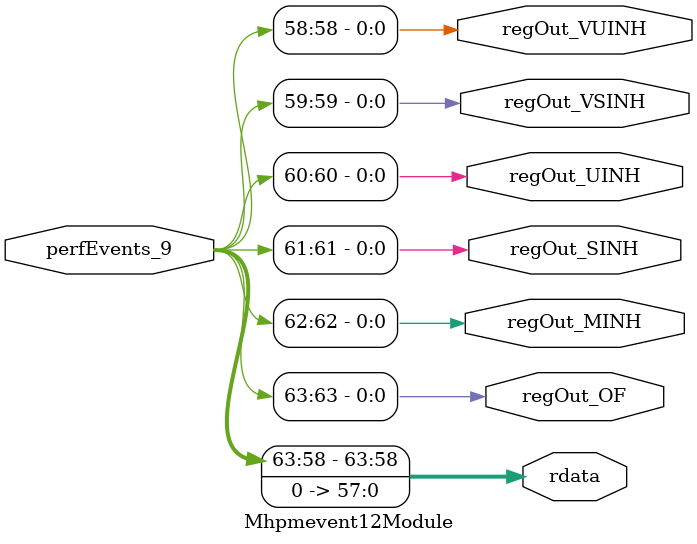
<source format=v>
`ifndef RANDOMIZE
  `ifdef RANDOMIZE_MEM_INIT
    `define RANDOMIZE
  `endif // RANDOMIZE_MEM_INIT
`endif // not def RANDOMIZE
`ifndef RANDOMIZE
  `ifdef RANDOMIZE_REG_INIT
    `define RANDOMIZE
  `endif // RANDOMIZE_REG_INIT
`endif // not def RANDOMIZE
`ifndef RANDOM
  `define RANDOM $random
`endif // not def RANDOM
// Users can define INIT_RANDOM as general code that gets injected into the
// initializer block for modules with registers.
`ifndef INIT_RANDOM
  `define INIT_RANDOM
`endif // not def INIT_RANDOM
// If using random initialization, you can also define RANDOMIZE_DELAY to
// customize the delay used, otherwise 0.002 is used.
`ifndef RANDOMIZE_DELAY
  `define RANDOMIZE_DELAY 0.002
`endif // not def RANDOMIZE_DELAY
// Define INIT_RANDOM_PROLOG_ for use in our modules below.
`ifndef INIT_RANDOM_PROLOG_
  `ifdef RANDOMIZE
    `ifdef VERILATOR
      `define INIT_RANDOM_PROLOG_ `INIT_RANDOM
    `else  // VERILATOR
      `define INIT_RANDOM_PROLOG_ `INIT_RANDOM #`RANDOMIZE_DELAY begin end
    `endif // VERILATOR
  `else  // RANDOMIZE
    `define INIT_RANDOM_PROLOG_
  `endif // RANDOMIZE
`endif // not def INIT_RANDOM_PROLOG_
// Include register initializers in init blocks unless synthesis is set
`ifndef SYNTHESIS
  `ifndef ENABLE_INITIAL_REG_
    `define ENABLE_INITIAL_REG_
  `endif // not def ENABLE_INITIAL_REG_
`endif // not def SYNTHESIS
// Include rmemory initializers in init blocks unless synthesis is set
`ifndef SYNTHESIS
  `ifndef ENABLE_INITIAL_MEM_
    `define ENABLE_INITIAL_MEM_
  `endif // not def ENABLE_INITIAL_MEM_
`endif // not def SYNTHESIS
module Mhpmevent12Module(
  output [63:0] rdata,
  output        regOut_OF,
  output        regOut_MINH,
  output        regOut_SINH,
  output        regOut_UINH,
  output        regOut_VSINH,
  output        regOut_VUINH,
  input  [63:0] perfEvents_9
);

  assign rdata = {perfEvents_9[63:58], 58'h0};
  assign regOut_OF = perfEvents_9[63];
  assign regOut_MINH = perfEvents_9[62];
  assign regOut_SINH = perfEvents_9[61];
  assign regOut_UINH = perfEvents_9[60];
  assign regOut_VSINH = perfEvents_9[59];
  assign regOut_VUINH = perfEvents_9[58];
endmodule


</source>
